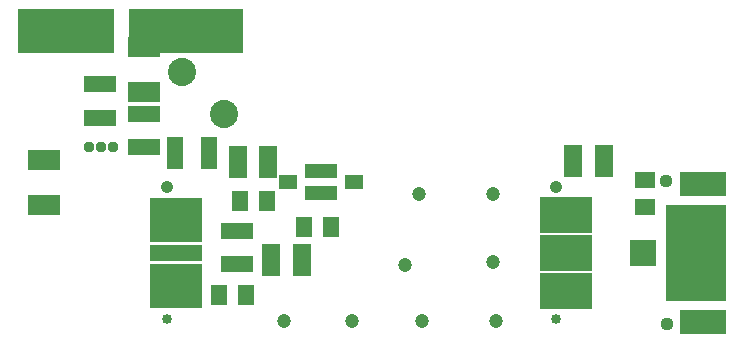
<source format=gbr>
G04 EAGLE Gerber RS-274X export*
G75*
%MOMM*%
%FSLAX34Y34*%
%LPD*%
%INSoldermask Top*%
%IPPOS*%
%AMOC8*
5,1,8,0,0,1.08239X$1,22.5*%
G01*
%ADD10C,1.203200*%
%ADD11R,9.750000X3.750000*%
%ADD12R,8.250000X3.750000*%
%ADD13R,1.600200X2.794000*%
%ADD14C,0.853200*%
%ADD15C,1.053200*%
%ADD16R,4.503200X3.843200*%
%ADD17R,4.503200X1.443200*%
%ADD18R,4.503200X3.043200*%
%ADD19R,2.203200X2.203200*%
%ADD20R,5.203200X8.203200*%
%ADD21R,1.603200X1.203200*%
%ADD22R,1.473200X2.743200*%
%ADD23C,2.387600*%
%ADD24R,2.743200X1.473200*%
%ADD25R,4.013200X2.108200*%
%ADD26R,1.727200X1.473200*%
%ADD27R,1.473200X1.727200*%
%ADD28R,2.743200X1.727200*%
%ADD29C,1.109600*%
%ADD30C,0.959600*%


D10*
X91250Y-57500D03*
X148750Y-57500D03*
X271250Y-57500D03*
X206250Y50000D03*
X268750Y50000D03*
X193750Y-10000D03*
X268750Y-7500D03*
X208750Y-57500D03*
D11*
X8625Y188375D03*
D12*
X-92625Y188375D03*
D13*
X362670Y78308D03*
X336666Y78308D03*
D14*
X322250Y-55500D03*
D15*
X322250Y55500D03*
D14*
X-7750Y-55500D03*
D15*
X-7750Y55500D03*
D16*
X250Y28000D03*
X250Y-28000D03*
D17*
X250Y0D03*
D18*
X330250Y32000D03*
X330250Y0D03*
X330250Y-32000D03*
D19*
X395250Y0D03*
D20*
X440250Y0D03*
D21*
X95350Y60050D03*
X117350Y69550D03*
X117350Y50550D03*
X151100Y60050D03*
X129100Y50550D03*
X129100Y69550D03*
D22*
X28038Y84250D03*
X-538Y84250D03*
D23*
X5097Y152903D03*
X40403Y117597D03*
D13*
X106752Y-6000D03*
X80748Y-6000D03*
D24*
X52150Y-9588D03*
X52150Y18988D03*
D25*
X-88000Y190500D03*
X2000Y187250D03*
X446250Y58750D03*
D13*
X78302Y76800D03*
X52298Y76800D03*
D26*
X397500Y38570D03*
X397500Y61430D03*
D27*
X36770Y-35150D03*
X59630Y-35150D03*
X108570Y22250D03*
X131430Y22250D03*
D24*
X-26999Y89462D03*
X-27000Y118038D03*
X-64551Y143238D03*
X-64550Y114662D03*
D25*
X446250Y-58750D03*
D28*
X-112000Y79050D03*
X-112000Y40950D03*
X-27000Y174050D03*
X-27000Y135950D03*
D27*
X54270Y43900D03*
X77130Y43900D03*
D29*
X415000Y61250D03*
X416250Y-60000D03*
D30*
X-73250Y90000D03*
X-53250Y90000D03*
X-63250Y90000D03*
M02*

</source>
